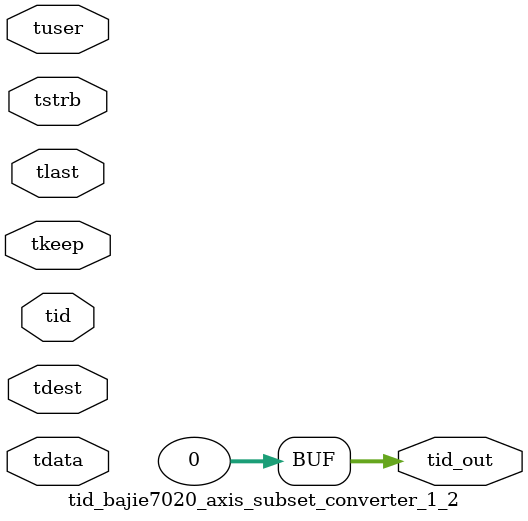
<source format=v>


`timescale 1ps/1ps

module tid_bajie7020_axis_subset_converter_1_2 #
(
parameter C_S_AXIS_TID_WIDTH   = 1,
parameter C_S_AXIS_TUSER_WIDTH = 0,
parameter C_S_AXIS_TDATA_WIDTH = 0,
parameter C_S_AXIS_TDEST_WIDTH = 0,
parameter C_M_AXIS_TID_WIDTH   = 32
)
(
input  [(C_S_AXIS_TID_WIDTH   == 0 ? 1 : C_S_AXIS_TID_WIDTH)-1:0       ] tid,
input  [(C_S_AXIS_TDATA_WIDTH == 0 ? 1 : C_S_AXIS_TDATA_WIDTH)-1:0     ] tdata,
input  [(C_S_AXIS_TUSER_WIDTH == 0 ? 1 : C_S_AXIS_TUSER_WIDTH)-1:0     ] tuser,
input  [(C_S_AXIS_TDEST_WIDTH == 0 ? 1 : C_S_AXIS_TDEST_WIDTH)-1:0     ] tdest,
input  [(C_S_AXIS_TDATA_WIDTH/8)-1:0 ] tkeep,
input  [(C_S_AXIS_TDATA_WIDTH/8)-1:0 ] tstrb,
input                                                                    tlast,
output [(C_M_AXIS_TID_WIDTH   == 0 ? 1 : C_M_AXIS_TID_WIDTH)-1:0       ] tid_out
);

assign tid_out = {1'b0};

endmodule


</source>
